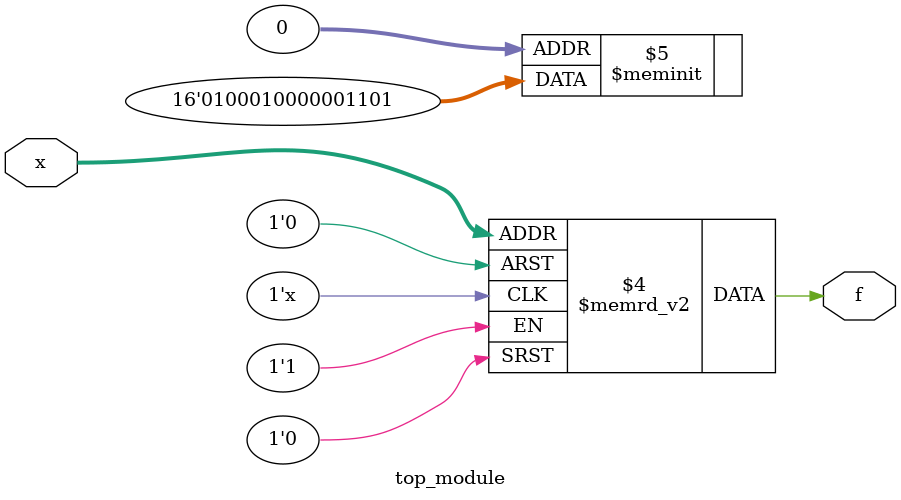
<source format=sv>
module top_module (
    input [4:1] x,
    output logic f
);

// Implement the function f using the Karnaugh map
always_comb begin
    case (x)
        4'b0000 : f = 1'b1;
        4'b0001 : f = 1'b0;
        4'b0011 : f = 1'b1;
        4'b0010 : f = 1'b1;
        4'b0110 : f = 1'b0;
        4'b0111 : f = 1'b0;
        4'b1111 : f = 1'b0;
        4'b1110 : f = 1'b1;
        4'b1010 : f = 1'b1;
        default : f = 1'b0;
    endcase
end

endmodule

</source>
